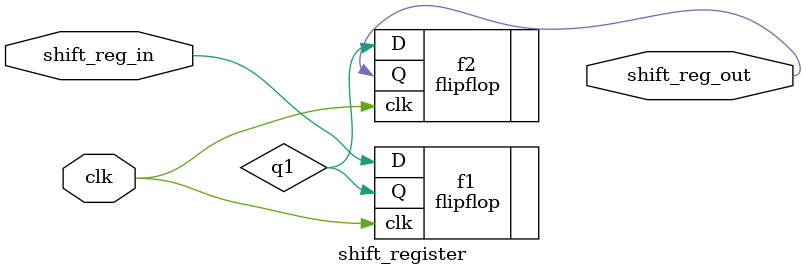
<source format=v>
module shift_register(
    input shift_reg_in,
    input clk,
    output shift_reg_out
);

wire q1;

flipflop f1(
    .D(shift_reg_in),
    .clk(clk),
    .Q(q1)
    //.not_Q()
);

flipflop f2(
    .D(q1),
    .clk(clk),
    .Q(shift_reg_out)
    //.not_Q() 
);

endmodule
</source>
